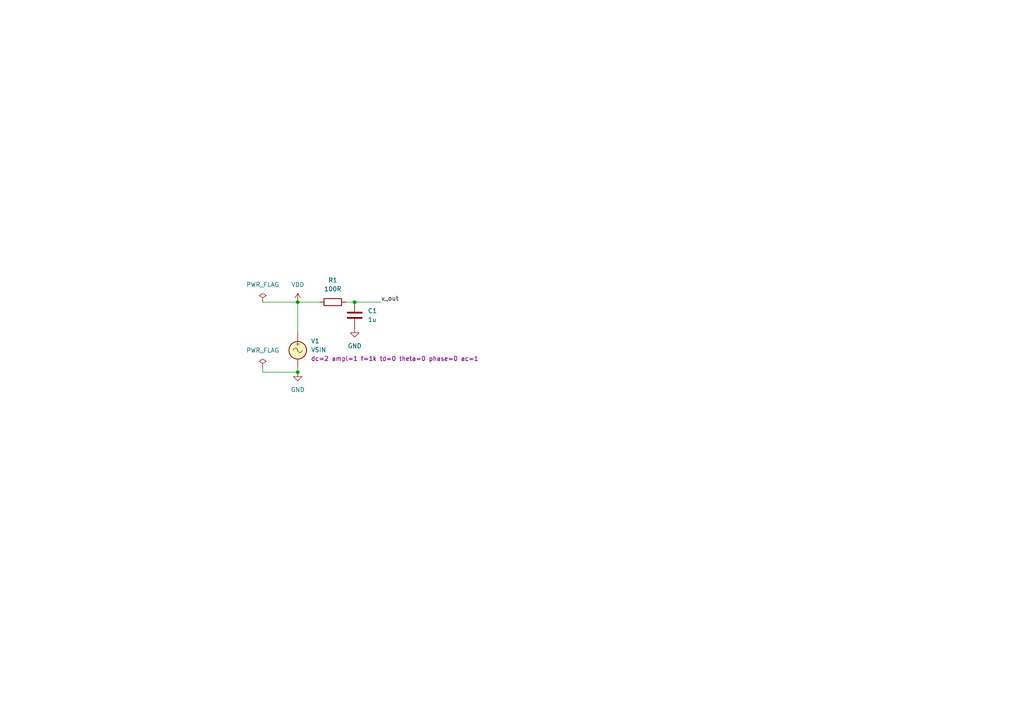
<source format=kicad_sch>
(kicad_sch (version 20231120) (generator "eeschema") (generator_version "8.0")
  (paper "A4")
  (lib_symbols
    (symbol "Device:C" (pin_numbers hide) (pin_names (offset 0.254))
      (property "Reference" "C" (at 0.635 2.54 0))
      (property "Value" "C" (at 0.635 -2.54 0))
      (symbol "C_0_1"
        (polyline (pts (xy -2.032 -0.762) (xy 2.032 -0.762)) (stroke (width 0.508)))
        (polyline (pts (xy -2.032 0.762) (xy 2.032 0.762)) (stroke (width 0.508)))
      )
      (symbol "C_1_1"
        (pin passive line (at 0 3.81 270) (length 2.794) (name "~") (number "1"))
        (pin passive line (at 0 -3.81 90) (length 2.794) (name "~") (number "2"))
      )
    )
    (symbol "Device:R" (pin_numbers hide) (pin_names (offset 0))
      (property "Reference" "R" (at 2.032 0 90))
      (property "Value" "R" (at 0 0 90))
      (symbol "R_0_1"
        (rectangle (start -1.016 -2.54) (end 1.016 2.54) (stroke (width 0.254)))
      )
      (symbol "R_1_1"
        (pin passive line (at 0 3.81 270) (length 1.27) (name "~") (number "1"))
        (pin passive line (at 0 -3.81 90) (length 1.27) (name "~") (number "2"))
      )
    )
    (symbol "Simulation_SPICE:VSIN" (pin_numbers hide) (pin_names (offset 0.0254))
      (property "Reference" "V" (at 2.54 2.54 0))
      (property "Value" "VSIN" (at 2.54 0 0))
      (property "Sim.Params" "dc=0 ampl=1 f=1k ac=1" (at 2.54 -2.54 0))
      (symbol "VSIN_0_0"
        (arc (start 0 0) (mid -0.635 0.6323) (end -1.27 0))
        (arc (start 0 0) (mid 0.635 -0.6323) (end 1.27 0))
        (text "+" (at 0 1.905 0) (effects (font (size 1.27 1.27))))
      )
      (symbol "VSIN_0_1"
        (circle (center 0 0) (radius 2.54) (stroke (width 0.254)) (fill (type background)))
      )
      (symbol "VSIN_1_1"
        (pin passive line (at 0 5.08 270) (length 2.54) (name "~") (number "1"))
        (pin passive line (at 0 -5.08 90) (length 2.54) (name "~") (number "2"))
      )
    )
    (symbol "power:GND" (power) (pin_numbers hide) (pin_names (offset 0) hide)
      (property "Value" "GND" (at 0 -3.81 0))
      (symbol "GND_0_1"
        (polyline (pts (xy 0 0) (xy 0 -1.27) (xy 1.27 -1.27) (xy 0 -2.54) (xy -1.27 -1.27) (xy 0 -1.27)))
      )
      (symbol "GND_1_1"
        (pin power_in line (at 0 0 270) (length 0) (name "~") (number "1"))
      )
    )
    (symbol "power:PWR_FLAG" (power) (pin_numbers hide) (pin_names (offset 0) hide)
      (property "Value" "PWR_FLAG" (at 0 3.81 0))
      (symbol "PWR_FLAG_0_0"
        (pin power_out line (at 0 0 90) (length 0) (name "~") (number "1"))
      )
      (symbol "PWR_FLAG_0_1"
        (polyline (pts (xy 0 0) (xy 0 1.27) (xy -1.016 1.905) (xy 0 2.54) (xy 1.016 1.905) (xy 0 1.27)))
      )
    )
    (symbol "power:VDD" (power) (pin_numbers hide) (pin_names (offset 0) hide)
      (property "Value" "VDD" (at 0 3.556 0))
      (symbol "VDD_0_1"
        (polyline (pts (xy -0.762 1.27) (xy 0 2.54)))
        (polyline (pts (xy 0 0) (xy 0 2.54)))
        (polyline (pts (xy 0 2.54) (xy 0.762 1.27)))
      )
      (symbol "VDD_1_1"
        (pin power_in line (at 0 0 90) (length 0) (name "~") (number "1"))
      )
    )
  )
  (junction (at 86.36 87.63))
  (junction (at 86.36 107.95))
  (junction (at 102.87 87.63))
  (wire (pts (xy 86.36 87.63) (xy 92.71 87.63)))
  (wire (pts (xy 86.36 87.63) (xy 86.36 96.52)))
  (wire (pts (xy 76.2 106.68) (xy 76.2 107.95)))
  (wire (pts (xy 76.2 87.63) (xy 86.36 87.63)))
  (wire (pts (xy 76.2 107.95) (xy 86.36 107.95)))
  (wire (pts (xy 100.33 87.63) (xy 102.87 87.63)))
  (wire (pts (xy 102.87 87.63) (xy 110.49 87.63)))
  (wire (pts (xy 86.36 106.68) (xy 86.36 107.95)))
  (label "v_out" (at 110.49 87.63 0))
  (symbol (lib_id "power:GND") (at 86.36 107.95 0) (unit 1)
    (property "Reference" "#PWR01" (effects (hide yes)))
    (property "Value" "GND" (at 86.36 113.03 0))
    (property "Description" "Power symbol creates a global label with name \"GND\" , ground" (effects (hide yes)))
  )
  (symbol (lib_id "Device:C") (at 102.87 91.44 0) (unit 1)
    (property "Reference" "C1" (at 106.68 90.1699 0) (effects (justify left)))
    (property "Value" "1u" (at 106.68 92.7099 0) (effects (justify left)))
    (property "Description" "Unpolarized capacitor" (effects (hide yes)))
  )
  (symbol (lib_id "power:PWR_FLAG") (at 76.2 87.63 0) (unit 1)
    (property "Reference" "#FLG02" (effects (hide yes)))
    (property "Value" "PWR_FLAG" (at 76.2 82.55 0))
    (property "Description" "Special symbol for telling ERC where power comes from" (effects (hide yes)))
  )
  (symbol (lib_id "Device:R") (at 96.52 87.63 90) (unit 1)
    (property "Reference" "R1" (at 96.52 81.28 90))
    (property "Value" "100R" (at 96.52 83.82 90))
    (property "Description" "Resistor" (effects (hide yes)))
  )
  (symbol (lib_id "Simulation_SPICE:VSIN") (at 86.36 101.6 0) (unit 1)
    (property "Reference" "V1" (at 90.17 98.9301 0) (effects (justify left)))
    (property "Value" "VSIN" (at 90.17 101.4701 0) (effects (justify left)))
    (property "Datasheet" "https://ngspice.sourceforge.io/docs/ngspice-html-manual/manual.xhtml#sec_Independent_Sources_for" (effects (hide yes)))
    (property "Description" "Voltage source, sinusoidal" (effects (hide yes)))
    (property "Sim.Pins" "1=+ 2=-" (effects (hide yes)))
    (property "Sim.Params" "dc=2 ampl=1 f=1k td=0 theta=0 phase=0 ac=1" (at 90.17 104.0101 0) (effects (justify left)))
    (property "Sim.Type" "SIN" (effects (hide yes)))
    (property "Sim.Device" "V" (effects (hide yes)))
  )
  (symbol (lib_id "power:PWR_FLAG") (at 76.2 106.68 0) (unit 1)
    (property "Reference" "#FLG01" (effects (hide yes)))
    (property "Value" "PWR_FLAG" (at 76.2 101.6 0))
    (property "Description" "Special symbol for telling ERC where power comes from" (effects (hide yes)))
  )
  (symbol (lib_id "power:VDD") (at 86.36 87.63 0) (unit 1)
    (property "Reference" "#PWR02" (effects (hide yes)))
    (property "Value" "VDD" (at 86.36 82.55 0))
    (property "Description" "Power symbol creates a global label with name \"VDD\"" (effects (hide yes)))
  )
  (symbol (lib_id "power:GND") (at 102.87 95.25 0) (unit 1)
    (property "Reference" "#PWR03" (effects (hide yes)))
    (property "Value" "GND" (at 102.87 100.33 0))
    (property "Description" "Power symbol creates a global label with name \"GND\" , ground" (effects (hide yes)))
  )
)
</source>
